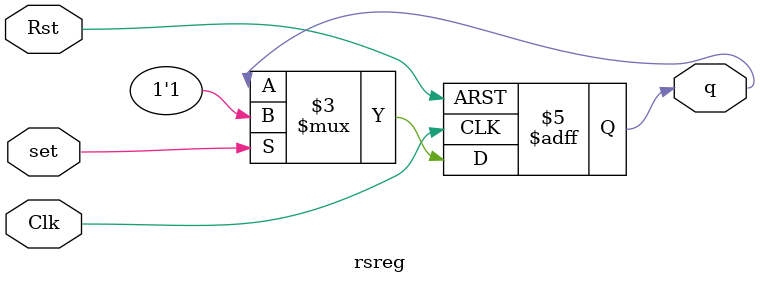
<source format=v>
`timescale 1ns / 1ps

module FPWrapper(
	input Clk,
	input Rst,
input [1:0] A,
	input WE,
	input [31:0] InData,
	output [31:0] OutData
	);

wire we0, we1, we2, DONE;
wire Start, StartCmb, StartPulse,DoneDelay, RegStart; 
wire OF, UF, NANF, INFF, DNF, ZF, ResOF, ResUF, ResNANF, ResINFF, ResDNF, ResZF, ResDone;
wire [1:0] out_decoder;
wire [31:0] OpA, OpB, P, ResP;


//Address Decoder
fpmul_addr_decoder FPdec(WE, A, we0, we1, we2, out_decoder);

//Output Mux
Mux #( .INPUTS(4), .WIDTH(32))
	FPWrapper_out_mux_inst(
		.sel(out_decoder), 
		.in({{15'b0,Start,2'b0,ResOF,ResUF,ResNANF,ResINFF,ResDNF,ResZF,7'b0, ResDone}, // 11
				{ResP}, // 10
				{OpB}, // 01
				{OpA}  // 00 
		}), 
		.out(OutData)
	);
						

DRegister #( .WIDTH(32))
	OpA_reg_inst(
		.Clk(Clk), .Rst(Rst), .en(we0), .d(InData), .q(OpA)
	);

DRegister #( .WIDTH(32))
	OpB_reg_inst(
		.Clk(Clk), .Rst(Rst), .en(we1), .d(InData), .q(OpB)
	);
//***Start signal to FPMUL
DRegister #( .WIDTH(1))
	Start_reg_inst(
		.Clk(Clk), .Rst(Rst), .en(we2), .d(InData[16]), .q(Start)
	);

assign StartCmb = we2 & InData[16];

DRegister #(.WIDTH(1)) Start_reg2 (Clk, Rst, 1'b1, StartCmb, RegStart);
DRegister #(.WIDTH(1)) DelayReg (Clk, Rst, 1'b1, DONE, DoneDelay);

assign StartPulse = RegStart & (~DoneDelay);

//*****

FPMUL FPMUL_module(Clk, Rst, StartPulse, OpA, OpB, DONE, P, OF, UF, NANF, INFF, DNF, ZF);

DRegister #( .WIDTH(38))
	FPM_out_reg_inst(
		.Clk(Clk), .Rst(Rst), .en(DONE), .d({P,OF,UF,NANF,INFF,DNF,ZF}), .q({ResP, ResOF, ResUF, ResNANF, ResINFF, ResDNF, ResZF})
	);

rsreg FPM_rsreg_inst(
		.Clk(Clk), .set(DONE), .Rst(StartCmb), .q(ResDone)
);

endmodule

module rsreg
(
	input Clk, 
	input set, 
	input Rst, 
	output reg q
);
    always @ (posedge Clk, posedge Rst)
    begin
        if(Rst) q <=0;
        else if(set) q <= 1;
        else q <= q;
    end
endmodule

</source>
